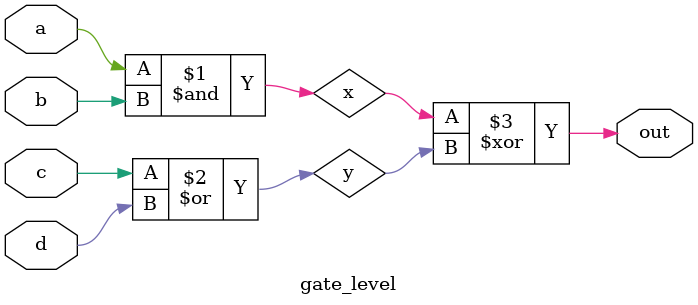
<source format=v>
module gate_level(out, a, b, c, d);
  input a, b, c, d;
  output out;
  wire x, y;
  and A1(x, a, b);
  or O1(y, c, d);
  xor X1(out, x, y);
endmodule
</source>
